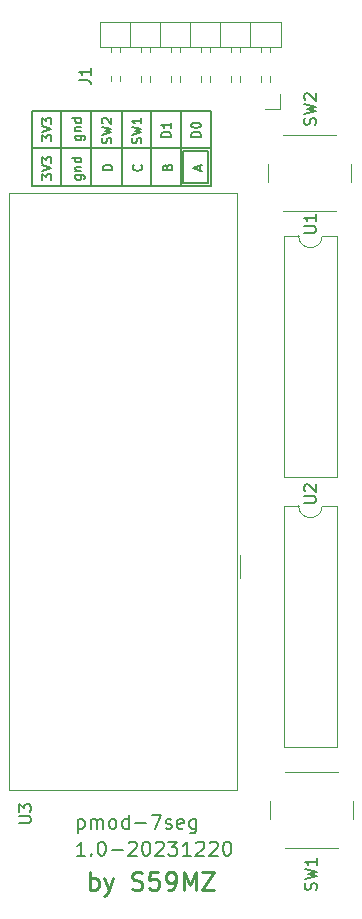
<source format=gto>
G04 #@! TF.GenerationSoftware,KiCad,Pcbnew,7.0.9-7.0.9~ubuntu20.04.1*
G04 #@! TF.CreationDate,2023-12-20T18:48:10+01:00*
G04 #@! TF.ProjectId,kicad-pmod_7seg,6b696361-642d-4706-9d6f-645f37736567,1.0*
G04 #@! TF.SameCoordinates,Original*
G04 #@! TF.FileFunction,Legend,Top*
G04 #@! TF.FilePolarity,Positive*
%FSLAX46Y46*%
G04 Gerber Fmt 4.6, Leading zero omitted, Abs format (unit mm)*
G04 Created by KiCad (PCBNEW 7.0.9-7.0.9~ubuntu20.04.1) date 2023-12-20 18:48:10*
%MOMM*%
%LPD*%
G01*
G04 APERTURE LIST*
%ADD10C,0.150000*%
%ADD11C,0.250000*%
%ADD12C,0.120000*%
%ADD13C,2.200000*%
%ADD14R,1.700000X1.700000*%
%ADD15O,1.700000X1.700000*%
%ADD16R,2.400000X1.600000*%
%ADD17O,2.400000X1.600000*%
%ADD18R,1.500000X1.500000*%
%ADD19C,1.500000*%
%ADD20C,2.000000*%
G04 APERTURE END LIST*
D10*
X132715000Y-55626000D02*
X134874000Y-55626000D01*
X134874000Y-58293000D01*
X132715000Y-58293000D01*
X132715000Y-55626000D01*
X122364500Y-52197000D02*
X122364500Y-58547000D01*
X129984500Y-52197000D02*
X129984500Y-58547000D01*
X132524500Y-52197000D02*
X132524500Y-58547000D01*
X127571500Y-52197000D02*
X127571500Y-58547000D01*
X119951500Y-55372000D02*
X135064500Y-55372000D01*
X119951500Y-52197000D02*
X135064500Y-52197000D01*
X135064500Y-58547000D01*
X119951500Y-58547000D01*
X119951500Y-52197000D01*
X124904500Y-52197000D02*
X124904500Y-58547000D01*
X131388247Y-56975173D02*
X131426342Y-56860887D01*
X131426342Y-56860887D02*
X131464438Y-56822792D01*
X131464438Y-56822792D02*
X131540628Y-56784696D01*
X131540628Y-56784696D02*
X131654914Y-56784696D01*
X131654914Y-56784696D02*
X131731104Y-56822792D01*
X131731104Y-56822792D02*
X131769200Y-56860887D01*
X131769200Y-56860887D02*
X131807295Y-56937077D01*
X131807295Y-56937077D02*
X131807295Y-57241839D01*
X131807295Y-57241839D02*
X131007295Y-57241839D01*
X131007295Y-57241839D02*
X131007295Y-56975173D01*
X131007295Y-56975173D02*
X131045390Y-56898982D01*
X131045390Y-56898982D02*
X131083485Y-56860887D01*
X131083485Y-56860887D02*
X131159676Y-56822792D01*
X131159676Y-56822792D02*
X131235866Y-56822792D01*
X131235866Y-56822792D02*
X131312057Y-56860887D01*
X131312057Y-56860887D02*
X131350152Y-56898982D01*
X131350152Y-56898982D02*
X131388247Y-56975173D01*
X131388247Y-56975173D02*
X131388247Y-57241839D01*
X126625700Y-54962399D02*
X126663795Y-54848113D01*
X126663795Y-54848113D02*
X126663795Y-54657637D01*
X126663795Y-54657637D02*
X126625700Y-54581446D01*
X126625700Y-54581446D02*
X126587604Y-54543351D01*
X126587604Y-54543351D02*
X126511414Y-54505256D01*
X126511414Y-54505256D02*
X126435223Y-54505256D01*
X126435223Y-54505256D02*
X126359033Y-54543351D01*
X126359033Y-54543351D02*
X126320938Y-54581446D01*
X126320938Y-54581446D02*
X126282842Y-54657637D01*
X126282842Y-54657637D02*
X126244747Y-54810018D01*
X126244747Y-54810018D02*
X126206652Y-54886208D01*
X126206652Y-54886208D02*
X126168557Y-54924303D01*
X126168557Y-54924303D02*
X126092366Y-54962399D01*
X126092366Y-54962399D02*
X126016176Y-54962399D01*
X126016176Y-54962399D02*
X125939985Y-54924303D01*
X125939985Y-54924303D02*
X125901890Y-54886208D01*
X125901890Y-54886208D02*
X125863795Y-54810018D01*
X125863795Y-54810018D02*
X125863795Y-54619541D01*
X125863795Y-54619541D02*
X125901890Y-54505256D01*
X125863795Y-54238589D02*
X126663795Y-54048113D01*
X126663795Y-54048113D02*
X126092366Y-53895732D01*
X126092366Y-53895732D02*
X126663795Y-53743351D01*
X126663795Y-53743351D02*
X125863795Y-53552875D01*
X125939985Y-53286208D02*
X125901890Y-53248112D01*
X125901890Y-53248112D02*
X125863795Y-53171922D01*
X125863795Y-53171922D02*
X125863795Y-52981446D01*
X125863795Y-52981446D02*
X125901890Y-52905255D01*
X125901890Y-52905255D02*
X125939985Y-52867160D01*
X125939985Y-52867160D02*
X126016176Y-52829065D01*
X126016176Y-52829065D02*
X126092366Y-52829065D01*
X126092366Y-52829065D02*
X126206652Y-52867160D01*
X126206652Y-52867160D02*
X126663795Y-53324303D01*
X126663795Y-53324303D02*
X126663795Y-52829065D01*
X123590461Y-54314780D02*
X124238080Y-54314780D01*
X124238080Y-54314780D02*
X124314271Y-54352875D01*
X124314271Y-54352875D02*
X124352366Y-54390971D01*
X124352366Y-54390971D02*
X124390461Y-54467161D01*
X124390461Y-54467161D02*
X124390461Y-54581447D01*
X124390461Y-54581447D02*
X124352366Y-54657637D01*
X124085700Y-54314780D02*
X124123795Y-54390971D01*
X124123795Y-54390971D02*
X124123795Y-54543352D01*
X124123795Y-54543352D02*
X124085700Y-54619542D01*
X124085700Y-54619542D02*
X124047604Y-54657637D01*
X124047604Y-54657637D02*
X123971414Y-54695733D01*
X123971414Y-54695733D02*
X123742842Y-54695733D01*
X123742842Y-54695733D02*
X123666652Y-54657637D01*
X123666652Y-54657637D02*
X123628557Y-54619542D01*
X123628557Y-54619542D02*
X123590461Y-54543352D01*
X123590461Y-54543352D02*
X123590461Y-54390971D01*
X123590461Y-54390971D02*
X123628557Y-54314780D01*
X123590461Y-53933827D02*
X124123795Y-53933827D01*
X123666652Y-53933827D02*
X123628557Y-53895732D01*
X123628557Y-53895732D02*
X123590461Y-53819542D01*
X123590461Y-53819542D02*
X123590461Y-53705256D01*
X123590461Y-53705256D02*
X123628557Y-53629065D01*
X123628557Y-53629065D02*
X123704747Y-53590970D01*
X123704747Y-53590970D02*
X124123795Y-53590970D01*
X124123795Y-52867160D02*
X123323795Y-52867160D01*
X124085700Y-52867160D02*
X124123795Y-52943351D01*
X124123795Y-52943351D02*
X124123795Y-53095732D01*
X124123795Y-53095732D02*
X124085700Y-53171922D01*
X124085700Y-53171922D02*
X124047604Y-53210017D01*
X124047604Y-53210017D02*
X123971414Y-53248113D01*
X123971414Y-53248113D02*
X123742842Y-53248113D01*
X123742842Y-53248113D02*
X123666652Y-53210017D01*
X123666652Y-53210017D02*
X123628557Y-53171922D01*
X123628557Y-53171922D02*
X123590461Y-53095732D01*
X123590461Y-53095732D02*
X123590461Y-52943351D01*
X123590461Y-52943351D02*
X123628557Y-52867160D01*
X129191104Y-56784696D02*
X129229200Y-56822792D01*
X129229200Y-56822792D02*
X129267295Y-56937077D01*
X129267295Y-56937077D02*
X129267295Y-57013268D01*
X129267295Y-57013268D02*
X129229200Y-57127554D01*
X129229200Y-57127554D02*
X129153009Y-57203744D01*
X129153009Y-57203744D02*
X129076819Y-57241839D01*
X129076819Y-57241839D02*
X128924438Y-57279935D01*
X128924438Y-57279935D02*
X128810152Y-57279935D01*
X128810152Y-57279935D02*
X128657771Y-57241839D01*
X128657771Y-57241839D02*
X128581580Y-57203744D01*
X128581580Y-57203744D02*
X128505390Y-57127554D01*
X128505390Y-57127554D02*
X128467295Y-57013268D01*
X128467295Y-57013268D02*
X128467295Y-56937077D01*
X128467295Y-56937077D02*
X128505390Y-56822792D01*
X128505390Y-56822792D02*
X128543485Y-56784696D01*
X124456969Y-115288342D02*
X123771255Y-115288342D01*
X124114112Y-115288342D02*
X124114112Y-114088342D01*
X124114112Y-114088342D02*
X123999826Y-114259771D01*
X123999826Y-114259771D02*
X123885541Y-114374057D01*
X123885541Y-114374057D02*
X123771255Y-114431200D01*
X124971255Y-115174057D02*
X125028398Y-115231200D01*
X125028398Y-115231200D02*
X124971255Y-115288342D01*
X124971255Y-115288342D02*
X124914112Y-115231200D01*
X124914112Y-115231200D02*
X124971255Y-115174057D01*
X124971255Y-115174057D02*
X124971255Y-115288342D01*
X125771255Y-114088342D02*
X125885541Y-114088342D01*
X125885541Y-114088342D02*
X125999827Y-114145485D01*
X125999827Y-114145485D02*
X126056970Y-114202628D01*
X126056970Y-114202628D02*
X126114112Y-114316914D01*
X126114112Y-114316914D02*
X126171255Y-114545485D01*
X126171255Y-114545485D02*
X126171255Y-114831200D01*
X126171255Y-114831200D02*
X126114112Y-115059771D01*
X126114112Y-115059771D02*
X126056970Y-115174057D01*
X126056970Y-115174057D02*
X125999827Y-115231200D01*
X125999827Y-115231200D02*
X125885541Y-115288342D01*
X125885541Y-115288342D02*
X125771255Y-115288342D01*
X125771255Y-115288342D02*
X125656970Y-115231200D01*
X125656970Y-115231200D02*
X125599827Y-115174057D01*
X125599827Y-115174057D02*
X125542684Y-115059771D01*
X125542684Y-115059771D02*
X125485541Y-114831200D01*
X125485541Y-114831200D02*
X125485541Y-114545485D01*
X125485541Y-114545485D02*
X125542684Y-114316914D01*
X125542684Y-114316914D02*
X125599827Y-114202628D01*
X125599827Y-114202628D02*
X125656970Y-114145485D01*
X125656970Y-114145485D02*
X125771255Y-114088342D01*
X126685541Y-114831200D02*
X127599827Y-114831200D01*
X128114112Y-114202628D02*
X128171255Y-114145485D01*
X128171255Y-114145485D02*
X128285541Y-114088342D01*
X128285541Y-114088342D02*
X128571255Y-114088342D01*
X128571255Y-114088342D02*
X128685541Y-114145485D01*
X128685541Y-114145485D02*
X128742683Y-114202628D01*
X128742683Y-114202628D02*
X128799826Y-114316914D01*
X128799826Y-114316914D02*
X128799826Y-114431200D01*
X128799826Y-114431200D02*
X128742683Y-114602628D01*
X128742683Y-114602628D02*
X128056969Y-115288342D01*
X128056969Y-115288342D02*
X128799826Y-115288342D01*
X129542683Y-114088342D02*
X129656969Y-114088342D01*
X129656969Y-114088342D02*
X129771255Y-114145485D01*
X129771255Y-114145485D02*
X129828398Y-114202628D01*
X129828398Y-114202628D02*
X129885540Y-114316914D01*
X129885540Y-114316914D02*
X129942683Y-114545485D01*
X129942683Y-114545485D02*
X129942683Y-114831200D01*
X129942683Y-114831200D02*
X129885540Y-115059771D01*
X129885540Y-115059771D02*
X129828398Y-115174057D01*
X129828398Y-115174057D02*
X129771255Y-115231200D01*
X129771255Y-115231200D02*
X129656969Y-115288342D01*
X129656969Y-115288342D02*
X129542683Y-115288342D01*
X129542683Y-115288342D02*
X129428398Y-115231200D01*
X129428398Y-115231200D02*
X129371255Y-115174057D01*
X129371255Y-115174057D02*
X129314112Y-115059771D01*
X129314112Y-115059771D02*
X129256969Y-114831200D01*
X129256969Y-114831200D02*
X129256969Y-114545485D01*
X129256969Y-114545485D02*
X129314112Y-114316914D01*
X129314112Y-114316914D02*
X129371255Y-114202628D01*
X129371255Y-114202628D02*
X129428398Y-114145485D01*
X129428398Y-114145485D02*
X129542683Y-114088342D01*
X130399826Y-114202628D02*
X130456969Y-114145485D01*
X130456969Y-114145485D02*
X130571255Y-114088342D01*
X130571255Y-114088342D02*
X130856969Y-114088342D01*
X130856969Y-114088342D02*
X130971255Y-114145485D01*
X130971255Y-114145485D02*
X131028397Y-114202628D01*
X131028397Y-114202628D02*
X131085540Y-114316914D01*
X131085540Y-114316914D02*
X131085540Y-114431200D01*
X131085540Y-114431200D02*
X131028397Y-114602628D01*
X131028397Y-114602628D02*
X130342683Y-115288342D01*
X130342683Y-115288342D02*
X131085540Y-115288342D01*
X131485540Y-114088342D02*
X132228397Y-114088342D01*
X132228397Y-114088342D02*
X131828397Y-114545485D01*
X131828397Y-114545485D02*
X131999826Y-114545485D01*
X131999826Y-114545485D02*
X132114112Y-114602628D01*
X132114112Y-114602628D02*
X132171254Y-114659771D01*
X132171254Y-114659771D02*
X132228397Y-114774057D01*
X132228397Y-114774057D02*
X132228397Y-115059771D01*
X132228397Y-115059771D02*
X132171254Y-115174057D01*
X132171254Y-115174057D02*
X132114112Y-115231200D01*
X132114112Y-115231200D02*
X131999826Y-115288342D01*
X131999826Y-115288342D02*
X131656969Y-115288342D01*
X131656969Y-115288342D02*
X131542683Y-115231200D01*
X131542683Y-115231200D02*
X131485540Y-115174057D01*
X133371254Y-115288342D02*
X132685540Y-115288342D01*
X133028397Y-115288342D02*
X133028397Y-114088342D01*
X133028397Y-114088342D02*
X132914111Y-114259771D01*
X132914111Y-114259771D02*
X132799826Y-114374057D01*
X132799826Y-114374057D02*
X132685540Y-114431200D01*
X133828397Y-114202628D02*
X133885540Y-114145485D01*
X133885540Y-114145485D02*
X133999826Y-114088342D01*
X133999826Y-114088342D02*
X134285540Y-114088342D01*
X134285540Y-114088342D02*
X134399826Y-114145485D01*
X134399826Y-114145485D02*
X134456968Y-114202628D01*
X134456968Y-114202628D02*
X134514111Y-114316914D01*
X134514111Y-114316914D02*
X134514111Y-114431200D01*
X134514111Y-114431200D02*
X134456968Y-114602628D01*
X134456968Y-114602628D02*
X133771254Y-115288342D01*
X133771254Y-115288342D02*
X134514111Y-115288342D01*
X134971254Y-114202628D02*
X135028397Y-114145485D01*
X135028397Y-114145485D02*
X135142683Y-114088342D01*
X135142683Y-114088342D02*
X135428397Y-114088342D01*
X135428397Y-114088342D02*
X135542683Y-114145485D01*
X135542683Y-114145485D02*
X135599825Y-114202628D01*
X135599825Y-114202628D02*
X135656968Y-114316914D01*
X135656968Y-114316914D02*
X135656968Y-114431200D01*
X135656968Y-114431200D02*
X135599825Y-114602628D01*
X135599825Y-114602628D02*
X134914111Y-115288342D01*
X134914111Y-115288342D02*
X135656968Y-115288342D01*
X136399825Y-114088342D02*
X136514111Y-114088342D01*
X136514111Y-114088342D02*
X136628397Y-114145485D01*
X136628397Y-114145485D02*
X136685540Y-114202628D01*
X136685540Y-114202628D02*
X136742682Y-114316914D01*
X136742682Y-114316914D02*
X136799825Y-114545485D01*
X136799825Y-114545485D02*
X136799825Y-114831200D01*
X136799825Y-114831200D02*
X136742682Y-115059771D01*
X136742682Y-115059771D02*
X136685540Y-115174057D01*
X136685540Y-115174057D02*
X136628397Y-115231200D01*
X136628397Y-115231200D02*
X136514111Y-115288342D01*
X136514111Y-115288342D02*
X136399825Y-115288342D01*
X136399825Y-115288342D02*
X136285540Y-115231200D01*
X136285540Y-115231200D02*
X136228397Y-115174057D01*
X136228397Y-115174057D02*
X136171254Y-115059771D01*
X136171254Y-115059771D02*
X136114111Y-114831200D01*
X136114111Y-114831200D02*
X136114111Y-114545485D01*
X136114111Y-114545485D02*
X136171254Y-114316914D01*
X136171254Y-114316914D02*
X136228397Y-114202628D01*
X136228397Y-114202628D02*
X136285540Y-114145485D01*
X136285540Y-114145485D02*
X136399825Y-114088342D01*
X123828398Y-112202342D02*
X123828398Y-113402342D01*
X123828398Y-112259485D02*
X123942684Y-112202342D01*
X123942684Y-112202342D02*
X124171255Y-112202342D01*
X124171255Y-112202342D02*
X124285541Y-112259485D01*
X124285541Y-112259485D02*
X124342684Y-112316628D01*
X124342684Y-112316628D02*
X124399826Y-112430914D01*
X124399826Y-112430914D02*
X124399826Y-112773771D01*
X124399826Y-112773771D02*
X124342684Y-112888057D01*
X124342684Y-112888057D02*
X124285541Y-112945200D01*
X124285541Y-112945200D02*
X124171255Y-113002342D01*
X124171255Y-113002342D02*
X123942684Y-113002342D01*
X123942684Y-113002342D02*
X123828398Y-112945200D01*
X124914112Y-113002342D02*
X124914112Y-112202342D01*
X124914112Y-112316628D02*
X124971255Y-112259485D01*
X124971255Y-112259485D02*
X125085540Y-112202342D01*
X125085540Y-112202342D02*
X125256969Y-112202342D01*
X125256969Y-112202342D02*
X125371255Y-112259485D01*
X125371255Y-112259485D02*
X125428398Y-112373771D01*
X125428398Y-112373771D02*
X125428398Y-113002342D01*
X125428398Y-112373771D02*
X125485540Y-112259485D01*
X125485540Y-112259485D02*
X125599826Y-112202342D01*
X125599826Y-112202342D02*
X125771255Y-112202342D01*
X125771255Y-112202342D02*
X125885540Y-112259485D01*
X125885540Y-112259485D02*
X125942683Y-112373771D01*
X125942683Y-112373771D02*
X125942683Y-113002342D01*
X126685540Y-113002342D02*
X126571255Y-112945200D01*
X126571255Y-112945200D02*
X126514112Y-112888057D01*
X126514112Y-112888057D02*
X126456969Y-112773771D01*
X126456969Y-112773771D02*
X126456969Y-112430914D01*
X126456969Y-112430914D02*
X126514112Y-112316628D01*
X126514112Y-112316628D02*
X126571255Y-112259485D01*
X126571255Y-112259485D02*
X126685540Y-112202342D01*
X126685540Y-112202342D02*
X126856969Y-112202342D01*
X126856969Y-112202342D02*
X126971255Y-112259485D01*
X126971255Y-112259485D02*
X127028398Y-112316628D01*
X127028398Y-112316628D02*
X127085540Y-112430914D01*
X127085540Y-112430914D02*
X127085540Y-112773771D01*
X127085540Y-112773771D02*
X127028398Y-112888057D01*
X127028398Y-112888057D02*
X126971255Y-112945200D01*
X126971255Y-112945200D02*
X126856969Y-113002342D01*
X126856969Y-113002342D02*
X126685540Y-113002342D01*
X128114112Y-113002342D02*
X128114112Y-111802342D01*
X128114112Y-112945200D02*
X127999826Y-113002342D01*
X127999826Y-113002342D02*
X127771254Y-113002342D01*
X127771254Y-113002342D02*
X127656969Y-112945200D01*
X127656969Y-112945200D02*
X127599826Y-112888057D01*
X127599826Y-112888057D02*
X127542683Y-112773771D01*
X127542683Y-112773771D02*
X127542683Y-112430914D01*
X127542683Y-112430914D02*
X127599826Y-112316628D01*
X127599826Y-112316628D02*
X127656969Y-112259485D01*
X127656969Y-112259485D02*
X127771254Y-112202342D01*
X127771254Y-112202342D02*
X127999826Y-112202342D01*
X127999826Y-112202342D02*
X128114112Y-112259485D01*
X128685540Y-112545200D02*
X129599826Y-112545200D01*
X130056968Y-111802342D02*
X130856968Y-111802342D01*
X130856968Y-111802342D02*
X130342682Y-113002342D01*
X131256968Y-112945200D02*
X131371254Y-113002342D01*
X131371254Y-113002342D02*
X131599825Y-113002342D01*
X131599825Y-113002342D02*
X131714111Y-112945200D01*
X131714111Y-112945200D02*
X131771254Y-112830914D01*
X131771254Y-112830914D02*
X131771254Y-112773771D01*
X131771254Y-112773771D02*
X131714111Y-112659485D01*
X131714111Y-112659485D02*
X131599825Y-112602342D01*
X131599825Y-112602342D02*
X131428397Y-112602342D01*
X131428397Y-112602342D02*
X131314111Y-112545200D01*
X131314111Y-112545200D02*
X131256968Y-112430914D01*
X131256968Y-112430914D02*
X131256968Y-112373771D01*
X131256968Y-112373771D02*
X131314111Y-112259485D01*
X131314111Y-112259485D02*
X131428397Y-112202342D01*
X131428397Y-112202342D02*
X131599825Y-112202342D01*
X131599825Y-112202342D02*
X131714111Y-112259485D01*
X132742683Y-112945200D02*
X132628397Y-113002342D01*
X132628397Y-113002342D02*
X132399826Y-113002342D01*
X132399826Y-113002342D02*
X132285540Y-112945200D01*
X132285540Y-112945200D02*
X132228397Y-112830914D01*
X132228397Y-112830914D02*
X132228397Y-112373771D01*
X132228397Y-112373771D02*
X132285540Y-112259485D01*
X132285540Y-112259485D02*
X132399826Y-112202342D01*
X132399826Y-112202342D02*
X132628397Y-112202342D01*
X132628397Y-112202342D02*
X132742683Y-112259485D01*
X132742683Y-112259485D02*
X132799826Y-112373771D01*
X132799826Y-112373771D02*
X132799826Y-112488057D01*
X132799826Y-112488057D02*
X132228397Y-112602342D01*
X133828397Y-112202342D02*
X133828397Y-113173771D01*
X133828397Y-113173771D02*
X133771254Y-113288057D01*
X133771254Y-113288057D02*
X133714111Y-113345200D01*
X133714111Y-113345200D02*
X133599825Y-113402342D01*
X133599825Y-113402342D02*
X133428397Y-113402342D01*
X133428397Y-113402342D02*
X133314111Y-113345200D01*
X133828397Y-112945200D02*
X133714111Y-113002342D01*
X133714111Y-113002342D02*
X133485539Y-113002342D01*
X133485539Y-113002342D02*
X133371254Y-112945200D01*
X133371254Y-112945200D02*
X133314111Y-112888057D01*
X133314111Y-112888057D02*
X133256968Y-112773771D01*
X133256968Y-112773771D02*
X133256968Y-112430914D01*
X133256968Y-112430914D02*
X133314111Y-112316628D01*
X133314111Y-112316628D02*
X133371254Y-112259485D01*
X133371254Y-112259485D02*
X133485539Y-112202342D01*
X133485539Y-112202342D02*
X133714111Y-112202342D01*
X133714111Y-112202342D02*
X133828397Y-112259485D01*
X120783795Y-58080030D02*
X120783795Y-57584792D01*
X120783795Y-57584792D02*
X121088557Y-57851458D01*
X121088557Y-57851458D02*
X121088557Y-57737173D01*
X121088557Y-57737173D02*
X121126652Y-57660982D01*
X121126652Y-57660982D02*
X121164747Y-57622887D01*
X121164747Y-57622887D02*
X121240938Y-57584792D01*
X121240938Y-57584792D02*
X121431414Y-57584792D01*
X121431414Y-57584792D02*
X121507604Y-57622887D01*
X121507604Y-57622887D02*
X121545700Y-57660982D01*
X121545700Y-57660982D02*
X121583795Y-57737173D01*
X121583795Y-57737173D02*
X121583795Y-57965744D01*
X121583795Y-57965744D02*
X121545700Y-58041935D01*
X121545700Y-58041935D02*
X121507604Y-58080030D01*
X120783795Y-57356220D02*
X121583795Y-57089553D01*
X121583795Y-57089553D02*
X120783795Y-56822887D01*
X120783795Y-56632411D02*
X120783795Y-56137173D01*
X120783795Y-56137173D02*
X121088557Y-56403839D01*
X121088557Y-56403839D02*
X121088557Y-56289554D01*
X121088557Y-56289554D02*
X121126652Y-56213363D01*
X121126652Y-56213363D02*
X121164747Y-56175268D01*
X121164747Y-56175268D02*
X121240938Y-56137173D01*
X121240938Y-56137173D02*
X121431414Y-56137173D01*
X121431414Y-56137173D02*
X121507604Y-56175268D01*
X121507604Y-56175268D02*
X121545700Y-56213363D01*
X121545700Y-56213363D02*
X121583795Y-56289554D01*
X121583795Y-56289554D02*
X121583795Y-56518125D01*
X121583795Y-56518125D02*
X121545700Y-56594316D01*
X121545700Y-56594316D02*
X121507604Y-56632411D01*
X134118723Y-57279935D02*
X134118723Y-56898982D01*
X134347295Y-57356125D02*
X133547295Y-57089458D01*
X133547295Y-57089458D02*
X134347295Y-56822792D01*
X123590461Y-57660982D02*
X124238080Y-57660982D01*
X124238080Y-57660982D02*
X124314271Y-57699077D01*
X124314271Y-57699077D02*
X124352366Y-57737173D01*
X124352366Y-57737173D02*
X124390461Y-57813363D01*
X124390461Y-57813363D02*
X124390461Y-57927649D01*
X124390461Y-57927649D02*
X124352366Y-58003839D01*
X124085700Y-57660982D02*
X124123795Y-57737173D01*
X124123795Y-57737173D02*
X124123795Y-57889554D01*
X124123795Y-57889554D02*
X124085700Y-57965744D01*
X124085700Y-57965744D02*
X124047604Y-58003839D01*
X124047604Y-58003839D02*
X123971414Y-58041935D01*
X123971414Y-58041935D02*
X123742842Y-58041935D01*
X123742842Y-58041935D02*
X123666652Y-58003839D01*
X123666652Y-58003839D02*
X123628557Y-57965744D01*
X123628557Y-57965744D02*
X123590461Y-57889554D01*
X123590461Y-57889554D02*
X123590461Y-57737173D01*
X123590461Y-57737173D02*
X123628557Y-57660982D01*
X123590461Y-57280029D02*
X124123795Y-57280029D01*
X123666652Y-57280029D02*
X123628557Y-57241934D01*
X123628557Y-57241934D02*
X123590461Y-57165744D01*
X123590461Y-57165744D02*
X123590461Y-57051458D01*
X123590461Y-57051458D02*
X123628557Y-56975267D01*
X123628557Y-56975267D02*
X123704747Y-56937172D01*
X123704747Y-56937172D02*
X124123795Y-56937172D01*
X124123795Y-56213362D02*
X123323795Y-56213362D01*
X124085700Y-56213362D02*
X124123795Y-56289553D01*
X124123795Y-56289553D02*
X124123795Y-56441934D01*
X124123795Y-56441934D02*
X124085700Y-56518124D01*
X124085700Y-56518124D02*
X124047604Y-56556219D01*
X124047604Y-56556219D02*
X123971414Y-56594315D01*
X123971414Y-56594315D02*
X123742842Y-56594315D01*
X123742842Y-56594315D02*
X123666652Y-56556219D01*
X123666652Y-56556219D02*
X123628557Y-56518124D01*
X123628557Y-56518124D02*
X123590461Y-56441934D01*
X123590461Y-56441934D02*
X123590461Y-56289553D01*
X123590461Y-56289553D02*
X123628557Y-56213362D01*
X134220295Y-54429112D02*
X133420295Y-54429112D01*
X133420295Y-54429112D02*
X133420295Y-54238636D01*
X133420295Y-54238636D02*
X133458390Y-54124350D01*
X133458390Y-54124350D02*
X133534580Y-54048160D01*
X133534580Y-54048160D02*
X133610771Y-54010065D01*
X133610771Y-54010065D02*
X133763152Y-53971969D01*
X133763152Y-53971969D02*
X133877438Y-53971969D01*
X133877438Y-53971969D02*
X134029819Y-54010065D01*
X134029819Y-54010065D02*
X134106009Y-54048160D01*
X134106009Y-54048160D02*
X134182200Y-54124350D01*
X134182200Y-54124350D02*
X134220295Y-54238636D01*
X134220295Y-54238636D02*
X134220295Y-54429112D01*
X133420295Y-53476731D02*
X133420295Y-53400541D01*
X133420295Y-53400541D02*
X133458390Y-53324350D01*
X133458390Y-53324350D02*
X133496485Y-53286255D01*
X133496485Y-53286255D02*
X133572676Y-53248160D01*
X133572676Y-53248160D02*
X133725057Y-53210065D01*
X133725057Y-53210065D02*
X133915533Y-53210065D01*
X133915533Y-53210065D02*
X134067914Y-53248160D01*
X134067914Y-53248160D02*
X134144104Y-53286255D01*
X134144104Y-53286255D02*
X134182200Y-53324350D01*
X134182200Y-53324350D02*
X134220295Y-53400541D01*
X134220295Y-53400541D02*
X134220295Y-53476731D01*
X134220295Y-53476731D02*
X134182200Y-53552922D01*
X134182200Y-53552922D02*
X134144104Y-53591017D01*
X134144104Y-53591017D02*
X134067914Y-53629112D01*
X134067914Y-53629112D02*
X133915533Y-53667208D01*
X133915533Y-53667208D02*
X133725057Y-53667208D01*
X133725057Y-53667208D02*
X133572676Y-53629112D01*
X133572676Y-53629112D02*
X133496485Y-53591017D01*
X133496485Y-53591017D02*
X133458390Y-53552922D01*
X133458390Y-53552922D02*
X133420295Y-53476731D01*
X120783795Y-54771922D02*
X120783795Y-54276684D01*
X120783795Y-54276684D02*
X121088557Y-54543350D01*
X121088557Y-54543350D02*
X121088557Y-54429065D01*
X121088557Y-54429065D02*
X121126652Y-54352874D01*
X121126652Y-54352874D02*
X121164747Y-54314779D01*
X121164747Y-54314779D02*
X121240938Y-54276684D01*
X121240938Y-54276684D02*
X121431414Y-54276684D01*
X121431414Y-54276684D02*
X121507604Y-54314779D01*
X121507604Y-54314779D02*
X121545700Y-54352874D01*
X121545700Y-54352874D02*
X121583795Y-54429065D01*
X121583795Y-54429065D02*
X121583795Y-54657636D01*
X121583795Y-54657636D02*
X121545700Y-54733827D01*
X121545700Y-54733827D02*
X121507604Y-54771922D01*
X120783795Y-54048112D02*
X121583795Y-53781445D01*
X121583795Y-53781445D02*
X120783795Y-53514779D01*
X120783795Y-53324303D02*
X120783795Y-52829065D01*
X120783795Y-52829065D02*
X121088557Y-53095731D01*
X121088557Y-53095731D02*
X121088557Y-52981446D01*
X121088557Y-52981446D02*
X121126652Y-52905255D01*
X121126652Y-52905255D02*
X121164747Y-52867160D01*
X121164747Y-52867160D02*
X121240938Y-52829065D01*
X121240938Y-52829065D02*
X121431414Y-52829065D01*
X121431414Y-52829065D02*
X121507604Y-52867160D01*
X121507604Y-52867160D02*
X121545700Y-52905255D01*
X121545700Y-52905255D02*
X121583795Y-52981446D01*
X121583795Y-52981446D02*
X121583795Y-53210017D01*
X121583795Y-53210017D02*
X121545700Y-53286208D01*
X121545700Y-53286208D02*
X121507604Y-53324303D01*
X131680295Y-54429112D02*
X130880295Y-54429112D01*
X130880295Y-54429112D02*
X130880295Y-54238636D01*
X130880295Y-54238636D02*
X130918390Y-54124350D01*
X130918390Y-54124350D02*
X130994580Y-54048160D01*
X130994580Y-54048160D02*
X131070771Y-54010065D01*
X131070771Y-54010065D02*
X131223152Y-53971969D01*
X131223152Y-53971969D02*
X131337438Y-53971969D01*
X131337438Y-53971969D02*
X131489819Y-54010065D01*
X131489819Y-54010065D02*
X131566009Y-54048160D01*
X131566009Y-54048160D02*
X131642200Y-54124350D01*
X131642200Y-54124350D02*
X131680295Y-54238636D01*
X131680295Y-54238636D02*
X131680295Y-54429112D01*
X131680295Y-53210065D02*
X131680295Y-53667208D01*
X131680295Y-53438636D02*
X130880295Y-53438636D01*
X130880295Y-53438636D02*
X130994580Y-53514827D01*
X130994580Y-53514827D02*
X131070771Y-53591017D01*
X131070771Y-53591017D02*
X131108866Y-53667208D01*
X129165700Y-54962399D02*
X129203795Y-54848113D01*
X129203795Y-54848113D02*
X129203795Y-54657637D01*
X129203795Y-54657637D02*
X129165700Y-54581446D01*
X129165700Y-54581446D02*
X129127604Y-54543351D01*
X129127604Y-54543351D02*
X129051414Y-54505256D01*
X129051414Y-54505256D02*
X128975223Y-54505256D01*
X128975223Y-54505256D02*
X128899033Y-54543351D01*
X128899033Y-54543351D02*
X128860938Y-54581446D01*
X128860938Y-54581446D02*
X128822842Y-54657637D01*
X128822842Y-54657637D02*
X128784747Y-54810018D01*
X128784747Y-54810018D02*
X128746652Y-54886208D01*
X128746652Y-54886208D02*
X128708557Y-54924303D01*
X128708557Y-54924303D02*
X128632366Y-54962399D01*
X128632366Y-54962399D02*
X128556176Y-54962399D01*
X128556176Y-54962399D02*
X128479985Y-54924303D01*
X128479985Y-54924303D02*
X128441890Y-54886208D01*
X128441890Y-54886208D02*
X128403795Y-54810018D01*
X128403795Y-54810018D02*
X128403795Y-54619541D01*
X128403795Y-54619541D02*
X128441890Y-54505256D01*
X128403795Y-54238589D02*
X129203795Y-54048113D01*
X129203795Y-54048113D02*
X128632366Y-53895732D01*
X128632366Y-53895732D02*
X129203795Y-53743351D01*
X129203795Y-53743351D02*
X128403795Y-53552875D01*
X129203795Y-52829065D02*
X129203795Y-53286208D01*
X129203795Y-53057636D02*
X128403795Y-53057636D01*
X128403795Y-53057636D02*
X128518080Y-53133827D01*
X128518080Y-53133827D02*
X128594271Y-53210017D01*
X128594271Y-53210017D02*
X128632366Y-53286208D01*
X126727295Y-57241839D02*
X125927295Y-57241839D01*
X125927295Y-57241839D02*
X125927295Y-57051363D01*
X125927295Y-57051363D02*
X125965390Y-56937077D01*
X125965390Y-56937077D02*
X126041580Y-56860887D01*
X126041580Y-56860887D02*
X126117771Y-56822792D01*
X126117771Y-56822792D02*
X126270152Y-56784696D01*
X126270152Y-56784696D02*
X126384438Y-56784696D01*
X126384438Y-56784696D02*
X126536819Y-56822792D01*
X126536819Y-56822792D02*
X126613009Y-56860887D01*
X126613009Y-56860887D02*
X126689200Y-56937077D01*
X126689200Y-56937077D02*
X126727295Y-57051363D01*
X126727295Y-57051363D02*
X126727295Y-57241839D01*
D11*
X124854615Y-118167428D02*
X124854615Y-116667428D01*
X124854615Y-117238857D02*
X124997473Y-117167428D01*
X124997473Y-117167428D02*
X125283187Y-117167428D01*
X125283187Y-117167428D02*
X125426044Y-117238857D01*
X125426044Y-117238857D02*
X125497473Y-117310285D01*
X125497473Y-117310285D02*
X125568901Y-117453142D01*
X125568901Y-117453142D02*
X125568901Y-117881714D01*
X125568901Y-117881714D02*
X125497473Y-118024571D01*
X125497473Y-118024571D02*
X125426044Y-118096000D01*
X125426044Y-118096000D02*
X125283187Y-118167428D01*
X125283187Y-118167428D02*
X124997473Y-118167428D01*
X124997473Y-118167428D02*
X124854615Y-118096000D01*
X126068901Y-117167428D02*
X126426044Y-118167428D01*
X126783187Y-117167428D02*
X126426044Y-118167428D01*
X126426044Y-118167428D02*
X126283187Y-118524571D01*
X126283187Y-118524571D02*
X126211758Y-118596000D01*
X126211758Y-118596000D02*
X126068901Y-118667428D01*
X128426044Y-118096000D02*
X128640330Y-118167428D01*
X128640330Y-118167428D02*
X128997472Y-118167428D01*
X128997472Y-118167428D02*
X129140330Y-118096000D01*
X129140330Y-118096000D02*
X129211758Y-118024571D01*
X129211758Y-118024571D02*
X129283187Y-117881714D01*
X129283187Y-117881714D02*
X129283187Y-117738857D01*
X129283187Y-117738857D02*
X129211758Y-117596000D01*
X129211758Y-117596000D02*
X129140330Y-117524571D01*
X129140330Y-117524571D02*
X128997472Y-117453142D01*
X128997472Y-117453142D02*
X128711758Y-117381714D01*
X128711758Y-117381714D02*
X128568901Y-117310285D01*
X128568901Y-117310285D02*
X128497472Y-117238857D01*
X128497472Y-117238857D02*
X128426044Y-117096000D01*
X128426044Y-117096000D02*
X128426044Y-116953142D01*
X128426044Y-116953142D02*
X128497472Y-116810285D01*
X128497472Y-116810285D02*
X128568901Y-116738857D01*
X128568901Y-116738857D02*
X128711758Y-116667428D01*
X128711758Y-116667428D02*
X129068901Y-116667428D01*
X129068901Y-116667428D02*
X129283187Y-116738857D01*
X130640329Y-116667428D02*
X129926043Y-116667428D01*
X129926043Y-116667428D02*
X129854615Y-117381714D01*
X129854615Y-117381714D02*
X129926043Y-117310285D01*
X129926043Y-117310285D02*
X130068901Y-117238857D01*
X130068901Y-117238857D02*
X130426043Y-117238857D01*
X130426043Y-117238857D02*
X130568901Y-117310285D01*
X130568901Y-117310285D02*
X130640329Y-117381714D01*
X130640329Y-117381714D02*
X130711758Y-117524571D01*
X130711758Y-117524571D02*
X130711758Y-117881714D01*
X130711758Y-117881714D02*
X130640329Y-118024571D01*
X130640329Y-118024571D02*
X130568901Y-118096000D01*
X130568901Y-118096000D02*
X130426043Y-118167428D01*
X130426043Y-118167428D02*
X130068901Y-118167428D01*
X130068901Y-118167428D02*
X129926043Y-118096000D01*
X129926043Y-118096000D02*
X129854615Y-118024571D01*
X131426043Y-118167428D02*
X131711757Y-118167428D01*
X131711757Y-118167428D02*
X131854614Y-118096000D01*
X131854614Y-118096000D02*
X131926043Y-118024571D01*
X131926043Y-118024571D02*
X132068900Y-117810285D01*
X132068900Y-117810285D02*
X132140329Y-117524571D01*
X132140329Y-117524571D02*
X132140329Y-116953142D01*
X132140329Y-116953142D02*
X132068900Y-116810285D01*
X132068900Y-116810285D02*
X131997472Y-116738857D01*
X131997472Y-116738857D02*
X131854614Y-116667428D01*
X131854614Y-116667428D02*
X131568900Y-116667428D01*
X131568900Y-116667428D02*
X131426043Y-116738857D01*
X131426043Y-116738857D02*
X131354614Y-116810285D01*
X131354614Y-116810285D02*
X131283186Y-116953142D01*
X131283186Y-116953142D02*
X131283186Y-117310285D01*
X131283186Y-117310285D02*
X131354614Y-117453142D01*
X131354614Y-117453142D02*
X131426043Y-117524571D01*
X131426043Y-117524571D02*
X131568900Y-117596000D01*
X131568900Y-117596000D02*
X131854614Y-117596000D01*
X131854614Y-117596000D02*
X131997472Y-117524571D01*
X131997472Y-117524571D02*
X132068900Y-117453142D01*
X132068900Y-117453142D02*
X132140329Y-117310285D01*
X132783185Y-118167428D02*
X132783185Y-116667428D01*
X132783185Y-116667428D02*
X133283185Y-117738857D01*
X133283185Y-117738857D02*
X133783185Y-116667428D01*
X133783185Y-116667428D02*
X133783185Y-118167428D01*
X134354614Y-116667428D02*
X135354614Y-116667428D01*
X135354614Y-116667428D02*
X134354614Y-118167428D01*
X134354614Y-118167428D02*
X135354614Y-118167428D01*
D10*
X123914819Y-49609333D02*
X124629104Y-49609333D01*
X124629104Y-49609333D02*
X124771961Y-49656952D01*
X124771961Y-49656952D02*
X124867200Y-49752190D01*
X124867200Y-49752190D02*
X124914819Y-49895047D01*
X124914819Y-49895047D02*
X124914819Y-49990285D01*
X124914819Y-48609333D02*
X124914819Y-49180761D01*
X124914819Y-48895047D02*
X123914819Y-48895047D01*
X123914819Y-48895047D02*
X124057676Y-48990285D01*
X124057676Y-48990285D02*
X124152914Y-49085523D01*
X124152914Y-49085523D02*
X124200533Y-49180761D01*
X142964819Y-62566904D02*
X143774342Y-62566904D01*
X143774342Y-62566904D02*
X143869580Y-62519285D01*
X143869580Y-62519285D02*
X143917200Y-62471666D01*
X143917200Y-62471666D02*
X143964819Y-62376428D01*
X143964819Y-62376428D02*
X143964819Y-62185952D01*
X143964819Y-62185952D02*
X143917200Y-62090714D01*
X143917200Y-62090714D02*
X143869580Y-62043095D01*
X143869580Y-62043095D02*
X143774342Y-61995476D01*
X143774342Y-61995476D02*
X142964819Y-61995476D01*
X143964819Y-60995476D02*
X143964819Y-61566904D01*
X143964819Y-61281190D02*
X142964819Y-61281190D01*
X142964819Y-61281190D02*
X143107676Y-61376428D01*
X143107676Y-61376428D02*
X143202914Y-61471666D01*
X143202914Y-61471666D02*
X143250533Y-61566904D01*
X118834819Y-112521904D02*
X119644342Y-112521904D01*
X119644342Y-112521904D02*
X119739580Y-112474285D01*
X119739580Y-112474285D02*
X119787200Y-112426666D01*
X119787200Y-112426666D02*
X119834819Y-112331428D01*
X119834819Y-112331428D02*
X119834819Y-112140952D01*
X119834819Y-112140952D02*
X119787200Y-112045714D01*
X119787200Y-112045714D02*
X119739580Y-111998095D01*
X119739580Y-111998095D02*
X119644342Y-111950476D01*
X119644342Y-111950476D02*
X118834819Y-111950476D01*
X118834819Y-111569523D02*
X118834819Y-110950476D01*
X118834819Y-110950476D02*
X119215771Y-111283809D01*
X119215771Y-111283809D02*
X119215771Y-111140952D01*
X119215771Y-111140952D02*
X119263390Y-111045714D01*
X119263390Y-111045714D02*
X119311009Y-110998095D01*
X119311009Y-110998095D02*
X119406247Y-110950476D01*
X119406247Y-110950476D02*
X119644342Y-110950476D01*
X119644342Y-110950476D02*
X119739580Y-110998095D01*
X119739580Y-110998095D02*
X119787200Y-111045714D01*
X119787200Y-111045714D02*
X119834819Y-111140952D01*
X119834819Y-111140952D02*
X119834819Y-111426666D01*
X119834819Y-111426666D02*
X119787200Y-111521904D01*
X119787200Y-111521904D02*
X119739580Y-111569523D01*
X143917200Y-53403332D02*
X143964819Y-53260475D01*
X143964819Y-53260475D02*
X143964819Y-53022380D01*
X143964819Y-53022380D02*
X143917200Y-52927142D01*
X143917200Y-52927142D02*
X143869580Y-52879523D01*
X143869580Y-52879523D02*
X143774342Y-52831904D01*
X143774342Y-52831904D02*
X143679104Y-52831904D01*
X143679104Y-52831904D02*
X143583866Y-52879523D01*
X143583866Y-52879523D02*
X143536247Y-52927142D01*
X143536247Y-52927142D02*
X143488628Y-53022380D01*
X143488628Y-53022380D02*
X143441009Y-53212856D01*
X143441009Y-53212856D02*
X143393390Y-53308094D01*
X143393390Y-53308094D02*
X143345771Y-53355713D01*
X143345771Y-53355713D02*
X143250533Y-53403332D01*
X143250533Y-53403332D02*
X143155295Y-53403332D01*
X143155295Y-53403332D02*
X143060057Y-53355713D01*
X143060057Y-53355713D02*
X143012438Y-53308094D01*
X143012438Y-53308094D02*
X142964819Y-53212856D01*
X142964819Y-53212856D02*
X142964819Y-52974761D01*
X142964819Y-52974761D02*
X143012438Y-52831904D01*
X142964819Y-52498570D02*
X143964819Y-52260475D01*
X143964819Y-52260475D02*
X143250533Y-52069999D01*
X143250533Y-52069999D02*
X143964819Y-51879523D01*
X143964819Y-51879523D02*
X142964819Y-51641428D01*
X143060057Y-51308094D02*
X143012438Y-51260475D01*
X143012438Y-51260475D02*
X142964819Y-51165237D01*
X142964819Y-51165237D02*
X142964819Y-50927142D01*
X142964819Y-50927142D02*
X143012438Y-50831904D01*
X143012438Y-50831904D02*
X143060057Y-50784285D01*
X143060057Y-50784285D02*
X143155295Y-50736666D01*
X143155295Y-50736666D02*
X143250533Y-50736666D01*
X143250533Y-50736666D02*
X143393390Y-50784285D01*
X143393390Y-50784285D02*
X143964819Y-51355713D01*
X143964819Y-51355713D02*
X143964819Y-50736666D01*
X143992200Y-118173332D02*
X144039819Y-118030475D01*
X144039819Y-118030475D02*
X144039819Y-117792380D01*
X144039819Y-117792380D02*
X143992200Y-117697142D01*
X143992200Y-117697142D02*
X143944580Y-117649523D01*
X143944580Y-117649523D02*
X143849342Y-117601904D01*
X143849342Y-117601904D02*
X143754104Y-117601904D01*
X143754104Y-117601904D02*
X143658866Y-117649523D01*
X143658866Y-117649523D02*
X143611247Y-117697142D01*
X143611247Y-117697142D02*
X143563628Y-117792380D01*
X143563628Y-117792380D02*
X143516009Y-117982856D01*
X143516009Y-117982856D02*
X143468390Y-118078094D01*
X143468390Y-118078094D02*
X143420771Y-118125713D01*
X143420771Y-118125713D02*
X143325533Y-118173332D01*
X143325533Y-118173332D02*
X143230295Y-118173332D01*
X143230295Y-118173332D02*
X143135057Y-118125713D01*
X143135057Y-118125713D02*
X143087438Y-118078094D01*
X143087438Y-118078094D02*
X143039819Y-117982856D01*
X143039819Y-117982856D02*
X143039819Y-117744761D01*
X143039819Y-117744761D02*
X143087438Y-117601904D01*
X143039819Y-117268570D02*
X144039819Y-117030475D01*
X144039819Y-117030475D02*
X143325533Y-116839999D01*
X143325533Y-116839999D02*
X144039819Y-116649523D01*
X144039819Y-116649523D02*
X143039819Y-116411428D01*
X144039819Y-115506666D02*
X144039819Y-116078094D01*
X144039819Y-115792380D02*
X143039819Y-115792380D01*
X143039819Y-115792380D02*
X143182676Y-115887618D01*
X143182676Y-115887618D02*
X143277914Y-115982856D01*
X143277914Y-115982856D02*
X143325533Y-116078094D01*
X142964819Y-85426904D02*
X143774342Y-85426904D01*
X143774342Y-85426904D02*
X143869580Y-85379285D01*
X143869580Y-85379285D02*
X143917200Y-85331666D01*
X143917200Y-85331666D02*
X143964819Y-85236428D01*
X143964819Y-85236428D02*
X143964819Y-85045952D01*
X143964819Y-85045952D02*
X143917200Y-84950714D01*
X143917200Y-84950714D02*
X143869580Y-84903095D01*
X143869580Y-84903095D02*
X143774342Y-84855476D01*
X143774342Y-84855476D02*
X142964819Y-84855476D01*
X143060057Y-84426904D02*
X143012438Y-84379285D01*
X143012438Y-84379285D02*
X142964819Y-84284047D01*
X142964819Y-84284047D02*
X142964819Y-84045952D01*
X142964819Y-84045952D02*
X143012438Y-83950714D01*
X143012438Y-83950714D02*
X143060057Y-83903095D01*
X143060057Y-83903095D02*
X143155295Y-83855476D01*
X143155295Y-83855476D02*
X143250533Y-83855476D01*
X143250533Y-83855476D02*
X143393390Y-83903095D01*
X143393390Y-83903095D02*
X143964819Y-84474523D01*
X143964819Y-84474523D02*
X143964819Y-83855476D01*
D12*
X140970000Y-52070000D02*
X139700000Y-52070000D01*
X140970000Y-52070000D02*
X140970000Y-50800000D01*
X129160000Y-49757071D02*
X129160000Y-49302929D01*
X129920000Y-49757071D02*
X129920000Y-49302929D01*
X131700000Y-49757071D02*
X131700000Y-49302929D01*
X132460000Y-49757071D02*
X132460000Y-49302929D01*
X134240000Y-49757071D02*
X134240000Y-49302929D01*
X135000000Y-49757071D02*
X135000000Y-49302929D01*
X136780000Y-49757071D02*
X136780000Y-49302929D01*
X137540000Y-49757071D02*
X137540000Y-49302929D01*
X139320000Y-49757071D02*
X139320000Y-49302929D01*
X140080000Y-49757071D02*
X140080000Y-49302929D01*
X126620000Y-49690000D02*
X126620000Y-49302929D01*
X127380000Y-49690000D02*
X127380000Y-49302929D01*
X126620000Y-47217071D02*
X126620000Y-46820000D01*
X127380000Y-47217071D02*
X127380000Y-46820000D01*
X129160000Y-47217071D02*
X129160000Y-46820000D01*
X129920000Y-47217071D02*
X129920000Y-46820000D01*
X131700000Y-47217071D02*
X131700000Y-46820000D01*
X132460000Y-47217071D02*
X132460000Y-46820000D01*
X134240000Y-47217071D02*
X134240000Y-46820000D01*
X135000000Y-47217071D02*
X135000000Y-46820000D01*
X136780000Y-47217071D02*
X136780000Y-46820000D01*
X137540000Y-47217071D02*
X137540000Y-46820000D01*
X139320000Y-47217071D02*
X139320000Y-46820000D01*
X140080000Y-47217071D02*
X140080000Y-46820000D01*
X125670000Y-46820000D02*
X141030000Y-46820000D01*
X128270000Y-46820000D02*
X128270000Y-44704000D01*
X130810000Y-46820000D02*
X130810000Y-44704000D01*
X133350000Y-46820000D02*
X133350000Y-44704000D01*
X135890000Y-46820000D02*
X135890000Y-44704000D01*
X138430000Y-46820000D02*
X138430000Y-44704000D01*
X141030000Y-46820000D02*
X141030000Y-44704000D01*
X125670000Y-44704000D02*
X125670000Y-46820000D01*
X141030000Y-44704000D02*
X125670000Y-44704000D01*
X141260000Y-62805000D02*
X141260000Y-83245000D01*
X141260000Y-83245000D02*
X145760000Y-83245000D01*
X142510000Y-62805000D02*
X141260000Y-62805000D01*
X145760000Y-62805000D02*
X144510000Y-62805000D01*
X145760000Y-83245000D02*
X145760000Y-62805000D01*
X142510000Y-62805000D02*
G75*
G03*
X144510000Y-62805000I1000000J0D01*
G01*
X137505000Y-91805000D02*
X137505000Y-89805000D01*
X137255000Y-109725000D02*
X137255000Y-59185000D01*
X137255000Y-109725000D02*
X118015000Y-109725000D01*
X137255000Y-59185000D02*
X118015000Y-59185000D01*
X118015000Y-59185000D02*
X118015000Y-109725000D01*
X139935000Y-56745000D02*
X139935000Y-58245000D01*
X141185000Y-60745000D02*
X145685000Y-60745000D01*
X145685000Y-54245000D02*
X141185000Y-54245000D01*
X146935000Y-58245000D02*
X146935000Y-56745000D01*
X147085000Y-112165000D02*
X147085000Y-110665000D01*
X145835000Y-108165000D02*
X141335000Y-108165000D01*
X141335000Y-114665000D02*
X145835000Y-114665000D01*
X140085000Y-110665000D02*
X140085000Y-112165000D01*
X141260000Y-85665000D02*
X141260000Y-106105000D01*
X141260000Y-106105000D02*
X145760000Y-106105000D01*
X142510000Y-85665000D02*
X141260000Y-85665000D01*
X145760000Y-85665000D02*
X144510000Y-85665000D01*
X145760000Y-106105000D02*
X145760000Y-85665000D01*
X142510000Y-85665000D02*
G75*
G03*
X144510000Y-85665000I1000000J0D01*
G01*
%LPC*%
D13*
X120015000Y-47625000D03*
X146685000Y-118745000D03*
D14*
X139700000Y-50800000D03*
D15*
X139700000Y-48260000D03*
X137160000Y-50800000D03*
X137160000Y-48260000D03*
X134620000Y-50800000D03*
X134620000Y-48260000D03*
X132080000Y-50800000D03*
X132080000Y-48260000D03*
X129540000Y-50800000D03*
X129540000Y-48260000D03*
X127000000Y-50800000D03*
X127000000Y-48260000D03*
D16*
X139700000Y-64135000D03*
D17*
X139700000Y-66675000D03*
X139700000Y-69215000D03*
X139700000Y-71755000D03*
X139700000Y-74295000D03*
X139700000Y-76835000D03*
X139700000Y-79375000D03*
X139700000Y-81915000D03*
X147320000Y-81915000D03*
X147320000Y-79375000D03*
X147320000Y-76835000D03*
X147320000Y-74295000D03*
X147320000Y-71755000D03*
X147320000Y-69215000D03*
X147320000Y-66675000D03*
X147320000Y-64135000D03*
D18*
X135255000Y-90805000D03*
D19*
X135255000Y-88265000D03*
X135255000Y-85725000D03*
X135255000Y-83185000D03*
X135255000Y-80645000D03*
X135255000Y-78105000D03*
X120015000Y-78105000D03*
X120015000Y-80645000D03*
X120015000Y-83185000D03*
X120015000Y-85725000D03*
X120015000Y-88265000D03*
X120015000Y-90805000D03*
D20*
X140185000Y-55245000D03*
X146685000Y-55245000D03*
X140185000Y-59745000D03*
X146685000Y-59745000D03*
X146835000Y-113665000D03*
X140335000Y-113665000D03*
X146835000Y-109165000D03*
X140335000Y-109165000D03*
D13*
X120015000Y-118745000D03*
D16*
X139700000Y-86995000D03*
D17*
X139700000Y-89535000D03*
X139700000Y-92075000D03*
X139700000Y-94615000D03*
X139700000Y-97155000D03*
X139700000Y-99695000D03*
X139700000Y-102235000D03*
X139700000Y-104775000D03*
X147320000Y-104775000D03*
X147320000Y-102235000D03*
X147320000Y-99695000D03*
X147320000Y-97155000D03*
X147320000Y-94615000D03*
X147320000Y-92075000D03*
X147320000Y-89535000D03*
X147320000Y-86995000D03*
D13*
X146685000Y-47625000D03*
%LPD*%
M02*

</source>
